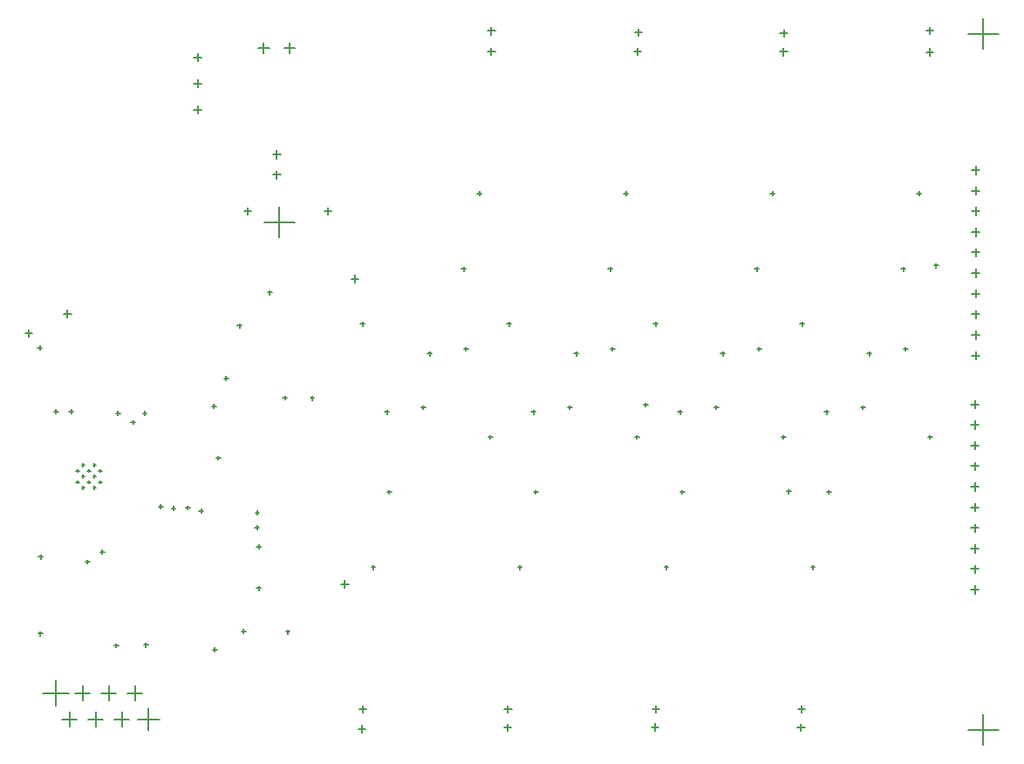
<source format=gbr>
G04*
G04 #@! TF.GenerationSoftware,Altium Limited,Altium Designer,24.0.1 (36)*
G04*
G04 Layer_Color=128*
%FSLAX25Y25*%
%MOIN*%
G70*
G04*
G04 #@! TF.SameCoordinates,A2E01C4A-C41F-4235-85C4-DC12FCC8AE1E*
G04*
G04*
G04 #@! TF.FilePolarity,Positive*
G04*
G01*
G75*
%ADD10C,0.00500*%
D10*
X299095Y408000D02*
X310906D01*
X305000Y402095D02*
Y413905D01*
X568094Y214000D02*
X579906D01*
X574000Y208095D02*
Y219905D01*
X568094Y480000D02*
X579906D01*
X574000Y474094D02*
Y485906D01*
X296933Y474500D02*
X301067D01*
X299000Y472433D02*
Y476567D01*
X306776Y474500D02*
X310910D01*
X308842Y472433D02*
Y476567D01*
X227248Y312996D02*
X228429D01*
X227839Y312405D02*
Y313587D01*
X229413Y315161D02*
X230594D01*
X230004Y314571D02*
Y315752D01*
X233744Y315161D02*
X234925D01*
X234335Y314571D02*
Y315752D01*
X227248Y308665D02*
X228429D01*
X227839Y308075D02*
Y309256D01*
X231579Y312996D02*
X232760D01*
X232169Y312405D02*
Y313587D01*
X229413Y310831D02*
X230594D01*
X230004Y310240D02*
Y311421D01*
X229413Y306500D02*
X230594D01*
X230004Y305909D02*
Y307090D01*
X231579Y308665D02*
X232760D01*
X232169Y308075D02*
Y309256D01*
X235910Y312996D02*
X237090D01*
X236500Y312405D02*
Y313587D01*
X235910Y308665D02*
X237090D01*
X236500Y308075D02*
Y309256D01*
X233744Y310831D02*
X234925D01*
X234335Y310240D02*
Y311421D01*
X233744Y306500D02*
X234925D01*
X234335Y305909D02*
Y307090D01*
X272256Y451000D02*
X275130D01*
X273693Y449563D02*
Y452437D01*
X272256Y461000D02*
X275130D01*
X273693Y459563D02*
Y462437D01*
X272256Y471000D02*
X275130D01*
X273693Y469563D02*
Y472437D01*
X302425Y433937D02*
X305575D01*
X304000Y432362D02*
Y435512D01*
X302425Y426063D02*
X305575D01*
X304000Y424488D02*
Y427638D01*
X569162Y267514D02*
X572311D01*
X570737Y265940D02*
Y269089D01*
X569162Y275389D02*
X572311D01*
X570737Y273814D02*
Y276963D01*
X569162Y283262D02*
X572311D01*
X570737Y281688D02*
Y284837D01*
X569162Y291137D02*
X572311D01*
X570737Y289562D02*
Y292711D01*
X569162Y299010D02*
X572311D01*
X570737Y297436D02*
Y300585D01*
X569162Y306885D02*
X572311D01*
X570737Y305310D02*
Y308459D01*
X569162Y314758D02*
X572311D01*
X570737Y313184D02*
Y316333D01*
X569162Y322633D02*
X572311D01*
X570737Y321058D02*
Y324207D01*
X569162Y330507D02*
X572311D01*
X570737Y328932D02*
Y332081D01*
X569162Y338381D02*
X572311D01*
X570737Y336806D02*
Y339955D01*
X569452Y357043D02*
X572601D01*
X571026Y355468D02*
Y358618D01*
X569452Y364917D02*
X572601D01*
X571026Y363342D02*
Y366492D01*
X569452Y372791D02*
X572601D01*
X571026Y371216D02*
Y374366D01*
X569452Y380665D02*
X572601D01*
X571026Y379090D02*
Y382240D01*
X569452Y388539D02*
X572601D01*
X571026Y386964D02*
Y390114D01*
X569452Y396413D02*
X572601D01*
X571026Y394838D02*
Y397988D01*
X569452Y404287D02*
X572601D01*
X571026Y402712D02*
Y405862D01*
X569452Y412161D02*
X572601D01*
X571026Y410586D02*
Y413736D01*
X569452Y420035D02*
X572601D01*
X571026Y418460D02*
Y421610D01*
X569452Y427909D02*
X572601D01*
X571026Y426334D02*
Y429484D01*
X250866Y218000D02*
X259134D01*
X255000Y213866D02*
Y222134D01*
X242008Y218000D02*
X247520D01*
X244764Y215244D02*
Y220756D01*
X232008Y218000D02*
X237520D01*
X234764Y215244D02*
Y220756D01*
X247008Y228000D02*
X252520D01*
X249764Y225244D02*
Y230756D01*
X237008Y228000D02*
X242520D01*
X239764Y225244D02*
Y230756D01*
X214606Y228000D02*
X224449D01*
X219528Y223079D02*
Y232921D01*
X222008Y218000D02*
X227520D01*
X224764Y215244D02*
Y220756D01*
X227008Y228000D02*
X232520D01*
X229764Y225244D02*
Y230756D01*
X207752Y365459D02*
X210552D01*
X209152Y364059D02*
Y366859D01*
X269088Y298852D02*
X270688D01*
X269888Y298052D02*
Y299652D01*
X263713Y298711D02*
X265313D01*
X264513Y297911D02*
Y299511D01*
X279188Y337697D02*
X280788D01*
X279989Y336897D02*
Y338497D01*
X288949Y368393D02*
X290549D01*
X289749Y367593D02*
Y369193D01*
X291390Y412249D02*
X294190D01*
X292790Y410849D02*
Y413649D01*
X555091Y391412D02*
X556692D01*
X555892Y390612D02*
Y392212D01*
X444111Y338206D02*
X445711D01*
X444911Y337406D02*
Y339006D01*
X498840Y305101D02*
X500440D01*
X499640Y304301D02*
Y305901D01*
X212571Y360008D02*
X214171D01*
X213371Y359208D02*
Y360808D01*
X496320Y480204D02*
X499120D01*
X497720Y478804D02*
Y481604D01*
X384573Y481078D02*
X387373D01*
X385973Y479678D02*
Y482478D01*
X440748Y480607D02*
X443548D01*
X442148Y479207D02*
Y482007D01*
X552192Y481152D02*
X554992D01*
X553592Y479752D02*
Y482552D01*
X335197Y214341D02*
X337997D01*
X336597Y212941D02*
Y215741D01*
X390689Y214836D02*
X393489D01*
X392089Y213436D02*
Y216236D01*
X502902Y214817D02*
X505702D01*
X504302Y213417D02*
Y216217D01*
X447211Y215043D02*
X450011D01*
X448611Y213644D02*
Y216443D01*
X552056Y473047D02*
X554856D01*
X553456Y471647D02*
Y474447D01*
X496278Y473105D02*
X499078D01*
X497678Y471705D02*
Y474505D01*
X440514Y473144D02*
X443314D01*
X441914Y471744D02*
Y474544D01*
X384601Y473177D02*
X387401D01*
X386001Y471777D02*
Y474577D01*
X335364Y221852D02*
X338164D01*
X336764Y220452D02*
Y223252D01*
X390904Y221931D02*
X393704D01*
X392304Y220531D02*
Y223331D01*
X447483Y221937D02*
X450283D01*
X448883Y220537D02*
Y223337D01*
X503066Y221974D02*
X505866D01*
X504466Y220574D02*
Y223374D01*
X513305Y335478D02*
X514905D01*
X514105Y334678D02*
Y336278D01*
X552811Y325917D02*
X554411D01*
X553611Y325117D02*
Y326717D01*
X508054Y276116D02*
X509654D01*
X508854Y275316D02*
Y276916D01*
X514171Y304918D02*
X515771D01*
X514971Y304118D02*
Y305718D01*
X527152Y337241D02*
X528752D01*
X527952Y336441D02*
Y338041D01*
X457305Y335478D02*
X458905D01*
X458105Y334678D02*
Y336278D01*
X496811Y325917D02*
X498411D01*
X497611Y325117D02*
Y326717D01*
X452054Y276116D02*
X453654D01*
X452854Y275316D02*
Y276916D01*
X458171Y304918D02*
X459771D01*
X458971Y304118D02*
Y305718D01*
X471152Y337241D02*
X472752D01*
X471952Y336441D02*
Y338041D01*
X401305Y335478D02*
X402905D01*
X402105Y334678D02*
Y336278D01*
X440811Y325917D02*
X442411D01*
X441611Y325117D02*
Y326717D01*
X396054Y276116D02*
X397654D01*
X396854Y275316D02*
Y276916D01*
X402171Y304918D02*
X403771D01*
X402971Y304118D02*
Y305718D01*
X415152Y337241D02*
X416752D01*
X415952Y336441D02*
Y338041D01*
X543420Y359558D02*
X545019D01*
X544219Y358758D02*
Y360358D01*
X503914Y369119D02*
X505514D01*
X504714Y368319D02*
Y369919D01*
X548671Y418920D02*
X550271D01*
X549471Y418120D02*
Y419720D01*
X529573Y357795D02*
X531173D01*
X530373Y356995D02*
Y358595D01*
X542554Y390118D02*
X544154D01*
X543354Y389318D02*
Y390918D01*
X487420Y359558D02*
X489019D01*
X488219Y358758D02*
Y360358D01*
X447914Y369119D02*
X449514D01*
X448714Y368319D02*
Y369919D01*
X492671Y418920D02*
X494271D01*
X493471Y418120D02*
Y419720D01*
X473573Y357795D02*
X475173D01*
X474373Y356995D02*
Y358595D01*
X486554Y390118D02*
X488154D01*
X487354Y389318D02*
Y390918D01*
X431420Y359558D02*
X433019D01*
X432220Y358758D02*
Y360358D01*
X391914Y369119D02*
X393514D01*
X392714Y368319D02*
Y369919D01*
X436671Y418920D02*
X438271D01*
X437471Y418120D02*
Y419720D01*
X417573Y357795D02*
X419173D01*
X418373Y356995D02*
Y358595D01*
X430554Y390118D02*
X432154D01*
X431354Y389318D02*
Y390918D01*
X300426Y381104D02*
X302026D01*
X301226Y380304D02*
Y381904D01*
X322160Y412234D02*
X324960D01*
X323560Y410834D02*
Y413634D01*
X328579Y269678D02*
X331379D01*
X329979Y268278D02*
Y271078D01*
X332350Y386323D02*
X335150D01*
X333750Y384923D02*
Y387723D01*
X283819Y348366D02*
X285419D01*
X284619Y347566D02*
Y349166D01*
X280763Y317917D02*
X282363D01*
X281562Y317117D02*
Y318717D01*
X274348Y297596D02*
X275948D01*
X275148Y296796D02*
Y298396D01*
X316700Y340822D02*
X318300D01*
X317500Y340022D02*
Y341622D01*
X306308Y340865D02*
X307908D01*
X307108Y340066D02*
Y341666D01*
X340054Y276116D02*
X341654D01*
X340854Y275316D02*
Y276916D01*
X346171Y304918D02*
X347771D01*
X346971Y304118D02*
Y305718D01*
X345305Y335478D02*
X346905D01*
X346105Y334678D02*
Y336278D01*
X359152Y337241D02*
X360752D01*
X359952Y336441D02*
Y338041D01*
X384811Y325917D02*
X386411D01*
X385611Y325117D02*
Y326717D01*
X375419Y359558D02*
X377020D01*
X376220Y358758D02*
Y360358D01*
X335914Y369119D02*
X337514D01*
X336714Y368319D02*
Y369919D01*
X380671Y418920D02*
X382271D01*
X381471Y418120D02*
Y419720D01*
X361573Y357795D02*
X363173D01*
X362373Y356995D02*
Y358595D01*
X374554Y390118D02*
X376154D01*
X375354Y389318D02*
Y390918D01*
X222593Y373035D02*
X225393D01*
X223993Y371635D02*
Y374434D01*
X241874Y246200D02*
X243474D01*
X242674Y245400D02*
Y247000D01*
X218832Y335704D02*
X220432D01*
X219632Y334904D02*
Y336504D01*
X224676Y335613D02*
X226276D01*
X225476Y334812D02*
Y336413D01*
X252734Y334939D02*
X254334D01*
X253534Y334139D02*
Y335739D01*
X295721Y296935D02*
X297321D01*
X296521Y296135D02*
Y297735D01*
X295629Y291357D02*
X297229D01*
X296429Y290557D02*
Y292157D01*
X296304Y268162D02*
X297904D01*
X297104Y267362D02*
Y268962D01*
X296327Y283958D02*
X297927D01*
X297128Y283158D02*
Y284758D01*
X258788Y299274D02*
X260388D01*
X259589Y298474D02*
Y300074D01*
X242530Y335028D02*
X244130D01*
X243330Y334228D02*
Y335828D01*
X248298Y331577D02*
X249898D01*
X249098Y330777D02*
Y332377D01*
X230843Y278214D02*
X232443D01*
X231643Y277414D02*
Y279014D01*
X236500Y281982D02*
X238100D01*
X237300Y281182D02*
Y282782D01*
X290509Y251676D02*
X292109D01*
X291309Y250876D02*
Y252476D01*
X307397Y251400D02*
X308997D01*
X308197Y250600D02*
Y252200D01*
X212901Y280154D02*
X214501D01*
X213701Y279354D02*
Y280954D01*
X212860Y250756D02*
X214460D01*
X213661Y249956D02*
Y251555D01*
X279420Y244679D02*
X281020D01*
X280221Y243879D02*
Y245479D01*
X253175Y246407D02*
X254775D01*
X253975Y245606D02*
Y247206D01*
M02*

</source>
